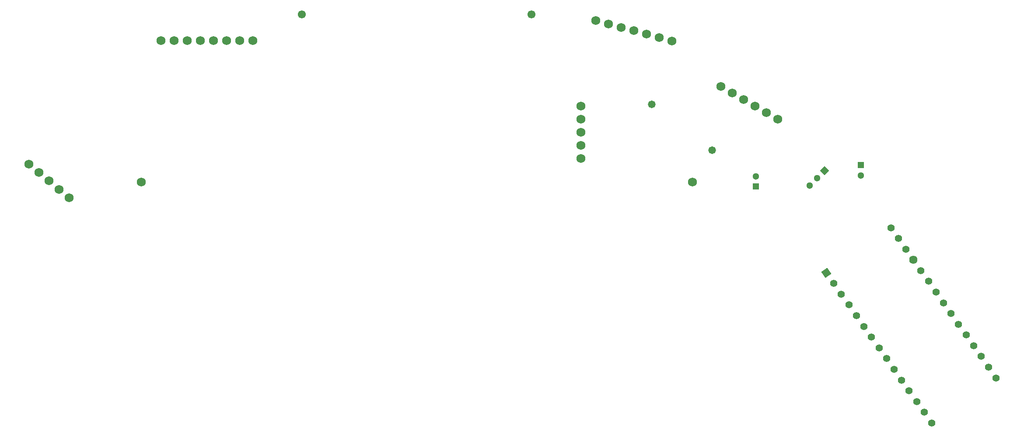
<source format=gbs>
G04*
G04 #@! TF.GenerationSoftware,Altium Limited,Altium Designer,23.5.1 (21)*
G04*
G04 Layer_Color=16711935*
%FSLAX25Y25*%
%MOIN*%
G70*
G04*
G04 #@! TF.SameCoordinates,FF9463CB-EB02-43C4-9E9F-CA5E416C3207*
G04*
G04*
G04 #@! TF.FilePolarity,Negative*
G04*
G01*
G75*
%ADD15C,0.05118*%
%ADD16P,0.07238X4X270.0*%
%ADD17R,0.05118X0.05118*%
%ADD18C,0.06800*%
%ADD19P,0.07873X4X80.0*%
%ADD20C,0.05567*%
%ADD21C,0.06367*%
%ADD23C,0.05800*%
%ADD26C,0.06100*%
D15*
X799432Y204432D02*
D03*
X805000Y210000D02*
D03*
X838500Y212063D02*
D03*
X758500Y211437D02*
D03*
D16*
X810568Y215568D02*
D03*
D17*
X838500Y219937D02*
D03*
X758500Y203563D02*
D03*
D18*
X625000Y265000D02*
D03*
Y255000D02*
D03*
Y245000D02*
D03*
Y235000D02*
D03*
Y225000D02*
D03*
X636363Y330353D02*
D03*
X646022Y327765D02*
D03*
X655681Y325176D02*
D03*
X665341Y322588D02*
D03*
X675000Y320000D02*
D03*
X684659Y317412D02*
D03*
X694319Y314824D02*
D03*
X375000Y315000D02*
D03*
X365000D02*
D03*
X355000D02*
D03*
X345000D02*
D03*
X335000D02*
D03*
X325000D02*
D03*
X315000D02*
D03*
X305000D02*
D03*
X731699Y280000D02*
D03*
X740359Y275000D02*
D03*
X749019Y270000D02*
D03*
X757679Y265000D02*
D03*
X766340Y260000D02*
D03*
X775000Y255000D02*
D03*
X235000Y195000D02*
D03*
X227340Y201428D02*
D03*
X219679Y207856D02*
D03*
X212019Y214284D02*
D03*
X204358Y220711D02*
D03*
X710000Y206900D02*
D03*
X290000D02*
D03*
D19*
X812057Y137766D02*
D03*
D20*
X817793Y129575D02*
D03*
X823528Y121383D02*
D03*
X829264Y113192D02*
D03*
X835000Y105000D02*
D03*
X840736Y96808D02*
D03*
X846472Y88617D02*
D03*
X852207Y80425D02*
D03*
X857943Y72234D02*
D03*
X863679Y64042D02*
D03*
X869415Y55851D02*
D03*
X875150Y47659D02*
D03*
X880886Y39468D02*
D03*
X886622Y31276D02*
D03*
X892358Y23085D02*
D03*
X941507Y57499D02*
D03*
X935771Y65691D02*
D03*
X930035Y73882D02*
D03*
X924299Y82074D02*
D03*
X918564Y90265D02*
D03*
X912828Y98457D02*
D03*
X907092Y106649D02*
D03*
X901356Y114840D02*
D03*
X895621Y123032D02*
D03*
X889885Y131223D02*
D03*
X884149Y139415D02*
D03*
X872678Y155798D02*
D03*
X866942Y163989D02*
D03*
X861206Y172181D02*
D03*
D21*
X878413Y147606D02*
D03*
D23*
X679000Y266500D02*
D03*
X725000Y231500D02*
D03*
D26*
X412500Y335000D02*
D03*
X587500D02*
D03*
M02*

</source>
